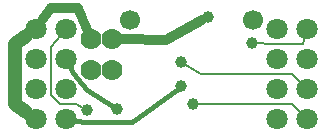
<source format=gbl>
G04 MADE WITH FRITZING*
G04 WWW.FRITZING.ORG*
G04 DOUBLE SIDED*
G04 HOLES PLATED*
G04 CONTOUR ON CENTER OF CONTOUR VECTOR*
%ASAXBY*%
%FSLAX23Y23*%
%MOIN*%
%OFA0B0*%
%SFA1.0B1.0*%
%ADD10C,0.039370*%
%ADD11C,0.070000*%
%ADD12C,0.070866*%
%ADD13C,0.066929*%
%ADD14C,0.048000*%
%ADD15C,0.032000*%
%ADD16C,0.016000*%
%ADD17C,0.008000*%
%ADD18R,0.001000X0.001000*%
%LNCOPPER0*%
G90*
G70*
G54D10*
X375Y78D03*
X588Y153D03*
X275Y73D03*
G54D11*
X290Y208D03*
X290Y309D03*
X360Y208D03*
X360Y309D03*
G54D12*
X910Y243D03*
X910Y343D03*
X1010Y43D03*
X910Y43D03*
X1010Y343D03*
X1010Y143D03*
X910Y143D03*
X1010Y243D03*
X205Y243D03*
G54D13*
X420Y373D03*
G54D12*
X105Y243D03*
X105Y143D03*
X105Y43D03*
X105Y343D03*
X205Y143D03*
X205Y343D03*
G54D13*
X830Y373D03*
G54D12*
X205Y43D03*
G54D10*
X825Y298D03*
X678Y383D03*
X628Y93D03*
X588Y233D03*
G54D14*
X35Y293D02*
X35Y93D01*
D02*
X35Y93D02*
X71Y68D01*
D02*
X71Y319D02*
X35Y293D01*
G54D15*
D02*
X155Y414D02*
X245Y414D01*
G54D16*
D02*
X276Y139D02*
X230Y198D01*
D02*
X230Y198D02*
X217Y221D01*
D02*
X364Y85D02*
X276Y139D01*
D02*
X577Y145D02*
X425Y33D01*
D02*
X265Y34D02*
X230Y39D01*
D02*
X425Y33D02*
X265Y34D01*
G54D17*
D02*
X185Y93D02*
X155Y124D01*
D02*
X240Y94D02*
X185Y93D01*
D02*
X155Y124D02*
X155Y284D01*
D02*
X263Y80D02*
X240Y94D01*
D02*
X155Y284D02*
X189Y324D01*
D02*
X960Y93D02*
X641Y93D01*
D02*
X992Y61D02*
X960Y93D01*
D02*
X655Y194D02*
X960Y193D01*
D02*
X960Y193D02*
X992Y161D01*
D02*
X600Y227D02*
X655Y194D01*
D02*
X895Y294D02*
X838Y297D01*
D02*
X995Y294D02*
X895Y294D01*
D02*
X1003Y319D02*
X995Y294D01*
G54D15*
D02*
X540Y308D02*
X657Y372D01*
D02*
X392Y309D02*
X540Y308D01*
G54D18*
X149Y429D02*
X159Y429D01*
X240Y429D02*
X249Y429D01*
X147Y428D02*
X161Y428D01*
X238Y428D02*
X252Y428D01*
X146Y427D02*
X163Y427D01*
X236Y427D02*
X253Y427D01*
X144Y426D02*
X164Y426D01*
X235Y426D02*
X255Y426D01*
X143Y425D02*
X165Y425D01*
X234Y425D02*
X256Y425D01*
X142Y424D02*
X166Y424D01*
X233Y424D02*
X257Y424D01*
X142Y423D02*
X167Y423D01*
X232Y423D02*
X257Y423D01*
X141Y422D02*
X168Y422D01*
X231Y422D02*
X258Y422D01*
X140Y421D02*
X168Y421D01*
X231Y421D02*
X258Y421D01*
X140Y420D02*
X169Y420D01*
X230Y420D02*
X259Y420D01*
X139Y419D02*
X169Y419D01*
X230Y419D02*
X259Y419D01*
X138Y418D02*
X169Y418D01*
X230Y418D02*
X260Y418D01*
X137Y417D02*
X170Y417D01*
X229Y417D02*
X260Y417D01*
X137Y416D02*
X170Y416D01*
X229Y416D02*
X261Y416D01*
X136Y415D02*
X170Y415D01*
X229Y415D02*
X261Y415D01*
X135Y414D02*
X170Y414D01*
X229Y414D02*
X262Y414D01*
X135Y413D02*
X170Y413D01*
X229Y413D02*
X262Y413D01*
X134Y412D02*
X170Y412D01*
X229Y412D02*
X262Y412D01*
X133Y411D02*
X170Y411D01*
X229Y411D02*
X263Y411D01*
X132Y410D02*
X169Y410D01*
X230Y410D02*
X263Y410D01*
X132Y409D02*
X169Y409D01*
X230Y409D02*
X264Y409D01*
X131Y408D02*
X169Y408D01*
X230Y408D02*
X264Y408D01*
X130Y407D02*
X168Y407D01*
X231Y407D02*
X265Y407D01*
X130Y406D02*
X168Y406D01*
X231Y406D02*
X265Y406D01*
X129Y405D02*
X167Y405D01*
X232Y405D02*
X265Y405D01*
X128Y404D02*
X166Y404D01*
X232Y404D02*
X266Y404D01*
X127Y403D02*
X166Y403D01*
X232Y403D02*
X266Y403D01*
X127Y402D02*
X165Y402D01*
X233Y402D02*
X267Y402D01*
X126Y401D02*
X164Y401D01*
X233Y401D02*
X267Y401D01*
X125Y400D02*
X164Y400D01*
X234Y400D02*
X267Y400D01*
X125Y399D02*
X163Y399D01*
X234Y399D02*
X268Y399D01*
X124Y398D02*
X162Y398D01*
X235Y398D02*
X268Y398D01*
X123Y397D02*
X161Y397D01*
X235Y397D02*
X269Y397D01*
X122Y396D02*
X161Y396D01*
X235Y396D02*
X269Y396D01*
X122Y395D02*
X160Y395D01*
X236Y395D02*
X270Y395D01*
X121Y394D02*
X159Y394D01*
X236Y394D02*
X270Y394D01*
X120Y393D02*
X159Y393D01*
X237Y393D02*
X270Y393D01*
X120Y392D02*
X158Y392D01*
X237Y392D02*
X271Y392D01*
X119Y391D02*
X157Y391D01*
X238Y391D02*
X271Y391D01*
X118Y390D02*
X156Y390D01*
X238Y390D02*
X272Y390D01*
X117Y389D02*
X156Y389D01*
X238Y389D02*
X272Y389D01*
X117Y388D02*
X155Y388D01*
X239Y388D02*
X273Y388D01*
X116Y387D02*
X154Y387D01*
X239Y387D02*
X273Y387D01*
X115Y386D02*
X154Y386D01*
X240Y386D02*
X273Y386D01*
X115Y385D02*
X153Y385D01*
X240Y385D02*
X274Y385D01*
X114Y384D02*
X152Y384D01*
X241Y384D02*
X274Y384D01*
X113Y383D02*
X151Y383D01*
X241Y383D02*
X275Y383D01*
X113Y382D02*
X151Y382D01*
X241Y382D02*
X275Y382D01*
X112Y381D02*
X150Y381D01*
X242Y381D02*
X276Y381D01*
X111Y380D02*
X149Y380D01*
X242Y380D02*
X276Y380D01*
X111Y379D02*
X149Y379D01*
X243Y379D02*
X276Y379D01*
X111Y378D02*
X148Y378D01*
X243Y378D02*
X277Y378D01*
X110Y377D02*
X147Y377D01*
X244Y377D02*
X277Y377D01*
X110Y376D02*
X146Y376D01*
X244Y376D02*
X278Y376D01*
X110Y375D02*
X146Y375D01*
X244Y375D02*
X278Y375D01*
X110Y374D02*
X145Y374D01*
X245Y374D02*
X279Y374D01*
X110Y373D02*
X144Y373D01*
X245Y373D02*
X279Y373D01*
X110Y372D02*
X144Y372D01*
X246Y372D02*
X279Y372D01*
X110Y371D02*
X143Y371D01*
X246Y371D02*
X280Y371D01*
X110Y370D02*
X142Y370D01*
X247Y370D02*
X280Y370D01*
X111Y369D02*
X141Y369D01*
X247Y369D02*
X281Y369D01*
X111Y368D02*
X141Y368D01*
X247Y368D02*
X281Y368D01*
X111Y367D02*
X140Y367D01*
X248Y367D02*
X282Y367D01*
X112Y366D02*
X139Y366D01*
X248Y366D02*
X282Y366D01*
X113Y365D02*
X139Y365D01*
X249Y365D02*
X282Y365D01*
X113Y364D02*
X138Y364D01*
X249Y364D02*
X283Y364D01*
X114Y363D02*
X137Y363D01*
X249Y363D02*
X283Y363D01*
X115Y362D02*
X136Y362D01*
X250Y362D02*
X284Y362D01*
X116Y361D02*
X135Y361D01*
X250Y361D02*
X284Y361D01*
X118Y360D02*
X134Y360D01*
X251Y360D02*
X285Y360D01*
X119Y359D02*
X132Y359D01*
X251Y359D02*
X285Y359D01*
X122Y358D02*
X129Y358D01*
X252Y358D02*
X285Y358D01*
X252Y357D02*
X286Y357D01*
X252Y356D02*
X286Y356D01*
X253Y355D02*
X287Y355D01*
X253Y354D02*
X287Y354D01*
X254Y353D02*
X288Y353D01*
X254Y352D02*
X288Y352D01*
X255Y351D02*
X288Y351D01*
X255Y350D02*
X289Y350D01*
X255Y349D02*
X289Y349D01*
X256Y348D02*
X290Y348D01*
X256Y347D02*
X290Y347D01*
X257Y346D02*
X290Y346D01*
X257Y345D02*
X291Y345D01*
X258Y344D02*
X291Y344D01*
X258Y343D02*
X292Y343D01*
X258Y342D02*
X292Y342D01*
X259Y341D02*
X292Y341D01*
X259Y340D02*
X292Y340D01*
X260Y339D02*
X292Y339D01*
X260Y338D02*
X292Y338D01*
X261Y337D02*
X292Y337D01*
X261Y336D02*
X292Y336D01*
X261Y335D02*
X292Y335D01*
X262Y334D02*
X292Y334D01*
X262Y333D02*
X292Y333D01*
X263Y332D02*
X291Y332D01*
X263Y331D02*
X291Y331D01*
X264Y330D02*
X290Y330D01*
X264Y329D02*
X289Y329D01*
X265Y328D02*
X289Y328D01*
X266Y327D02*
X288Y327D01*
X267Y326D02*
X287Y326D01*
X268Y325D02*
X285Y325D01*
X270Y324D02*
X284Y324D01*
X273Y323D02*
X281Y323D01*
D02*
G04 End of Copper0*
M02*
</source>
